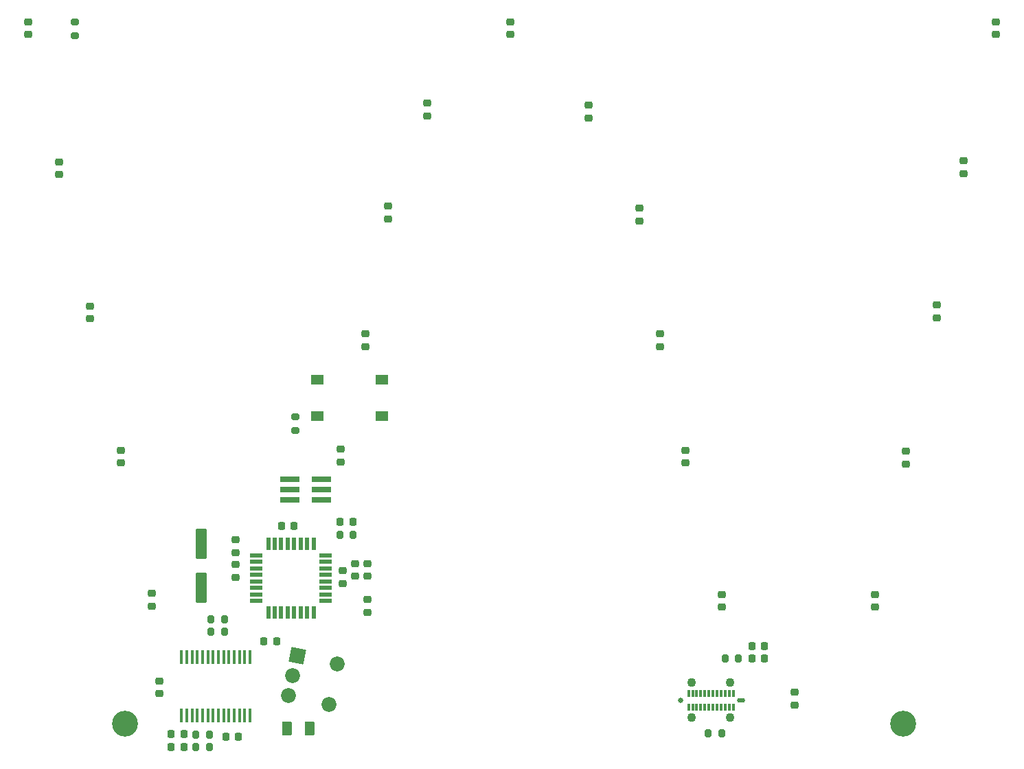
<source format=gbr>
%TF.GenerationSoftware,KiCad,Pcbnew,(7.0.0)*%
%TF.CreationDate,2023-11-18T20:53:13-06:00*%
%TF.ProjectId,LightLetter_W,4c696768-744c-4657-9474-65725f572e6b,rev?*%
%TF.SameCoordinates,PXda408f0PY8b5864b*%
%TF.FileFunction,Soldermask,Bot*%
%TF.FilePolarity,Negative*%
%FSLAX46Y46*%
G04 Gerber Fmt 4.6, Leading zero omitted, Abs format (unit mm)*
G04 Created by KiCad (PCBNEW (7.0.0)) date 2023-11-18 20:53:13*
%MOMM*%
%LPD*%
G01*
G04 APERTURE LIST*
G04 Aperture macros list*
%AMRoundRect*
0 Rectangle with rounded corners*
0 $1 Rounding radius*
0 $2 $3 $4 $5 $6 $7 $8 $9 X,Y pos of 4 corners*
0 Add a 4 corners polygon primitive as box body*
4,1,4,$2,$3,$4,$5,$6,$7,$8,$9,$2,$3,0*
0 Add four circle primitives for the rounded corners*
1,1,$1+$1,$2,$3*
1,1,$1+$1,$4,$5*
1,1,$1+$1,$6,$7*
1,1,$1+$1,$8,$9*
0 Add four rect primitives between the rounded corners*
20,1,$1+$1,$2,$3,$4,$5,0*
20,1,$1+$1,$4,$5,$6,$7,0*
20,1,$1+$1,$6,$7,$8,$9,0*
20,1,$1+$1,$8,$9,$2,$3,0*%
G04 Aperture macros list end*
%ADD10RoundRect,0.102000X-0.600000X1.750000X-0.600000X-1.750000X0.600000X-1.750000X0.600000X1.750000X0*%
%ADD11RoundRect,0.102000X-0.629668X0.969603X-0.969603X-0.629668X0.629668X-0.969603X0.969603X0.629668X0*%
%ADD12C,1.839000*%
%ADD13C,3.200000*%
%ADD14R,0.450000X1.750000*%
%ADD15R,1.600000X0.550000*%
%ADD16R,0.550000X1.600000*%
%ADD17R,1.550000X1.300000*%
%ADD18RoundRect,0.200000X-0.275000X0.200000X-0.275000X-0.200000X0.275000X-0.200000X0.275000X0.200000X0*%
%ADD19RoundRect,0.200000X0.200000X0.275000X-0.200000X0.275000X-0.200000X-0.275000X0.200000X-0.275000X0*%
%ADD20RoundRect,0.200000X-0.200000X-0.275000X0.200000X-0.275000X0.200000X0.275000X-0.200000X0.275000X0*%
%ADD21RoundRect,0.200000X0.275000X-0.200000X0.275000X0.200000X-0.275000X0.200000X-0.275000X-0.200000X0*%
%ADD22C,1.100000*%
%ADD23R,0.300000X0.850000*%
%ADD24O,1.000000X0.580000*%
%ADD25C,0.660000*%
%ADD26R,2.400000X0.740000*%
%ADD27RoundRect,0.218750X-0.256250X0.218750X-0.256250X-0.218750X0.256250X-0.218750X0.256250X0.218750X0*%
%ADD28RoundRect,0.250000X-0.375000X-0.625000X0.375000X-0.625000X0.375000X0.625000X-0.375000X0.625000X0*%
%ADD29RoundRect,0.218750X-0.218750X-0.256250X0.218750X-0.256250X0.218750X0.256250X-0.218750X0.256250X0*%
%ADD30RoundRect,0.225000X0.250000X-0.225000X0.250000X0.225000X-0.250000X0.225000X-0.250000X-0.225000X0*%
%ADD31RoundRect,0.225000X0.225000X0.250000X-0.225000X0.250000X-0.225000X-0.250000X0.225000X-0.250000X0*%
%ADD32RoundRect,0.225000X-0.225000X-0.250000X0.225000X-0.250000X0.225000X0.250000X-0.225000X0.250000X0*%
%ADD33RoundRect,0.225000X-0.250000X0.225000X-0.250000X-0.225000X0.250000X-0.225000X0.250000X0.225000X0*%
G04 APERTURE END LIST*
D10*
%TO.C,Y1*%
X-114681000Y26436123D03*
X-114681000Y20936123D03*
%TD*%
D11*
%TO.C,SW2*%
X-102865894Y12621809D03*
D12*
X-103393990Y10137314D03*
X-103922086Y7652819D03*
X-97896904Y11565618D03*
X-98953096Y6596628D03*
%TD*%
D13*
%TO.C,H2*%
X-124079000Y4255123D03*
%TD*%
%TO.C,H1*%
X-28194000Y4255123D03*
%TD*%
D14*
%TO.C,U2*%
X-117127999Y12427122D03*
X-116477999Y12427122D03*
X-115827999Y12427122D03*
X-115177999Y12427122D03*
X-114527999Y12427122D03*
X-113877999Y12427122D03*
X-113227999Y12427122D03*
X-112577999Y12427122D03*
X-111927999Y12427122D03*
X-111277999Y12427122D03*
X-110627999Y12427122D03*
X-109977999Y12427122D03*
X-109327999Y12427122D03*
X-108677999Y12427122D03*
X-108677999Y5227122D03*
X-109327999Y5227122D03*
X-109977999Y5227122D03*
X-110627999Y5227122D03*
X-111277999Y5227122D03*
X-111927999Y5227122D03*
X-112577999Y5227122D03*
X-113227999Y5227122D03*
X-113877999Y5227122D03*
X-114527999Y5227122D03*
X-115177999Y5227122D03*
X-115827999Y5227122D03*
X-116477999Y5227122D03*
X-117127999Y5227122D03*
%TD*%
D15*
%TO.C,U1*%
X-107881999Y19362122D03*
X-107881999Y20162122D03*
X-107881999Y20962122D03*
X-107881999Y21762122D03*
X-107881999Y22562122D03*
X-107881999Y23362122D03*
X-107881999Y24162122D03*
X-107881999Y24962122D03*
D16*
X-106431999Y26412122D03*
X-105631999Y26412122D03*
X-104831999Y26412122D03*
X-104031999Y26412122D03*
X-103231999Y26412122D03*
X-102431999Y26412122D03*
X-101631999Y26412122D03*
X-100831999Y26412122D03*
D15*
X-99381999Y24962122D03*
X-99381999Y24162122D03*
X-99381999Y23362122D03*
X-99381999Y22562122D03*
X-99381999Y21762122D03*
X-99381999Y20962122D03*
X-99381999Y20162122D03*
X-99381999Y19362122D03*
D16*
X-100831999Y17912122D03*
X-101631999Y17912122D03*
X-102431999Y17912122D03*
X-103231999Y17912122D03*
X-104031999Y17912122D03*
X-104831999Y17912122D03*
X-105631999Y17912122D03*
X-106431999Y17912122D03*
%TD*%
D17*
%TO.C,SW1*%
X-100367999Y46637122D03*
X-92417999Y46637122D03*
X-92417999Y42137122D03*
X-100367999Y42137122D03*
%TD*%
D18*
%TO.C,R9*%
X-130302000Y90742123D03*
X-130302000Y89092123D03*
%TD*%
D19*
%TO.C,R8*%
X-50101000Y12256123D03*
X-48451000Y12256123D03*
%TD*%
%TO.C,R7*%
X-52183800Y3010523D03*
X-50533800Y3010523D03*
%TD*%
D20*
%TO.C,R6*%
X-115326400Y2883523D03*
X-113676400Y2883523D03*
%TD*%
%TO.C,R5*%
X-115326400Y1365723D03*
X-113676400Y1365723D03*
%TD*%
D19*
%TO.C,R4*%
X-95949000Y27496123D03*
X-97599000Y27496123D03*
%TD*%
%TO.C,R3*%
X-111824000Y17082123D03*
X-113474000Y17082123D03*
%TD*%
%TO.C,R2*%
X-111824000Y15558123D03*
X-113474000Y15558123D03*
%TD*%
D21*
%TO.C,R1*%
X-103124000Y40387123D03*
X-103124000Y42037123D03*
%TD*%
D22*
%TO.C,J3*%
X-49460000Y9272123D03*
X-54260000Y9272123D03*
X-54260000Y4972123D03*
X-49460000Y4972123D03*
D23*
X-54609999Y7957122D03*
X-54109999Y7957122D03*
X-53609999Y7957122D03*
X-53109999Y7957122D03*
X-52609999Y7957122D03*
X-52109999Y7957122D03*
X-51609999Y7957122D03*
X-51109999Y7957122D03*
X-50609999Y7957122D03*
X-50109999Y7957122D03*
X-49609999Y7957122D03*
X-49109999Y7957122D03*
X-49109999Y6287122D03*
X-49609999Y6287122D03*
X-50109999Y6287122D03*
X-50609999Y6287122D03*
X-51109999Y6287122D03*
X-51609999Y6287122D03*
X-52109999Y6287122D03*
X-52609999Y6287122D03*
X-53109999Y6287122D03*
X-53609999Y6287122D03*
X-54109999Y6287122D03*
X-54609999Y6287122D03*
D24*
X-48109999Y7122122D03*
D25*
X-55610000Y7122123D03*
%TD*%
D26*
%TO.C,J2*%
X-103803999Y31814122D03*
X-99903999Y31814122D03*
X-103803999Y33084122D03*
X-99903999Y33084122D03*
X-103803999Y34354122D03*
X-99903999Y34354122D03*
%TD*%
D27*
%TO.C,FB1*%
X-94234000Y19520623D03*
X-94234000Y17945623D03*
%TD*%
D28*
%TO.C,F1*%
X-104143000Y3620123D03*
X-101343000Y3620123D03*
%TD*%
D29*
%TO.C,D3*%
X-118389500Y2985123D03*
X-116814500Y2985123D03*
%TD*%
%TO.C,D2*%
X-118389500Y1359523D03*
X-116814500Y1359523D03*
%TD*%
%TO.C,D1*%
X-97561500Y29147123D03*
X-95986500Y29147123D03*
%TD*%
D30*
%TO.C,C32*%
X-16764000Y89205123D03*
X-16764000Y90755123D03*
%TD*%
%TO.C,C31*%
X-20701000Y72060123D03*
X-20701000Y73610123D03*
%TD*%
%TO.C,C30*%
X-24003000Y54280123D03*
X-24003000Y55830123D03*
%TD*%
%TO.C,C29*%
X-27813000Y36246123D03*
X-27813000Y37796123D03*
%TD*%
%TO.C,C28*%
X-31623000Y18593123D03*
X-31623000Y20143123D03*
%TD*%
%TO.C,C27*%
X-41529000Y6528123D03*
X-41529000Y8078123D03*
%TD*%
%TO.C,C26*%
X-50546000Y18593123D03*
X-50546000Y20143123D03*
%TD*%
%TO.C,C25*%
X-54991000Y36373123D03*
X-54991000Y37923123D03*
%TD*%
%TO.C,C24*%
X-58166000Y50724123D03*
X-58166000Y52274123D03*
%TD*%
%TO.C,C23*%
X-60706000Y66218123D03*
X-60706000Y67768123D03*
%TD*%
%TO.C,C22*%
X-66929000Y78918123D03*
X-66929000Y80468123D03*
%TD*%
%TO.C,C21*%
X-76581000Y89205123D03*
X-76581000Y90755123D03*
%TD*%
%TO.C,C20*%
X-86868000Y79172123D03*
X-86868000Y80722123D03*
%TD*%
%TO.C,C19*%
X-91694000Y66472123D03*
X-91694000Y68022123D03*
%TD*%
%TO.C,C18*%
X-94488000Y50724123D03*
X-94488000Y52274123D03*
%TD*%
%TO.C,C17*%
X-97536000Y36500123D03*
X-97536000Y38050123D03*
%TD*%
D31*
%TO.C,C16*%
X-103238000Y28639123D03*
X-104788000Y28639123D03*
%TD*%
D30*
%TO.C,C15*%
X-119888000Y7925123D03*
X-119888000Y9475123D03*
%TD*%
%TO.C,C14*%
X-120777000Y18720123D03*
X-120777000Y20270123D03*
%TD*%
%TO.C,C13*%
X-124587000Y36373123D03*
X-124587000Y37923123D03*
%TD*%
%TO.C,C12*%
X-128397000Y54153123D03*
X-128397000Y55703123D03*
%TD*%
%TO.C,C11*%
X-132207000Y73483123D03*
X-132207000Y71933123D03*
%TD*%
%TO.C,C10*%
X-136017000Y90755123D03*
X-136017000Y89205123D03*
%TD*%
D32*
%TO.C,C9*%
X-45275200Y13780123D03*
X-46825200Y13780123D03*
%TD*%
%TO.C,C8*%
X-45275200Y12256123D03*
X-46825200Y12256123D03*
%TD*%
D31*
%TO.C,C7*%
X-105397000Y14415123D03*
X-106947000Y14415123D03*
%TD*%
%TO.C,C6*%
X-110096000Y2604123D03*
X-111646000Y2604123D03*
%TD*%
D33*
%TO.C,C5*%
X-97282000Y23064123D03*
X-97282000Y21514123D03*
%TD*%
%TO.C,C4*%
X-94234000Y23953123D03*
X-94234000Y22403123D03*
%TD*%
%TO.C,C3*%
X-95758000Y23953123D03*
X-95758000Y22403123D03*
%TD*%
%TO.C,C2*%
X-110490000Y26874123D03*
X-110490000Y25324123D03*
%TD*%
D30*
%TO.C,C1*%
X-110490000Y22276123D03*
X-110490000Y23826123D03*
%TD*%
M02*

</source>
